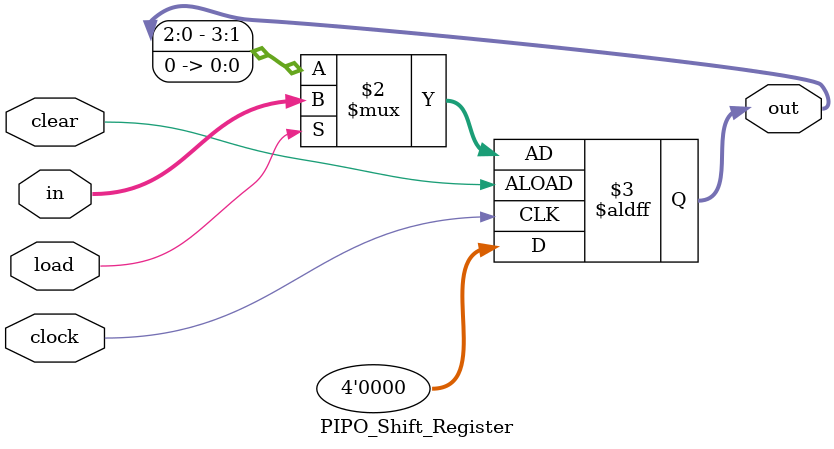
<source format=v>
/* Serial in Serial Out Shift Register Implementation*/
// serial in: no load input
// parallel in: add load input
// serial out: define reg
// parallel out: just out
///////////////////////////////////////////////////////

module SISO_Shift_Register(in, clock, clear, out);

input in, clock, clear;
output out;
reg [3:0] reg4;
wire out;

always @(posedge clock or negedge clear) begin
	if (clear)
		reg4 <= #1 4'b0;
	else begin
		reg4[0] <= #1 in;
		reg4[1] <= #1 reg4[0];
		reg4[2] <= #1 reg4[1];
		reg4[3] <= #1 reg4[2];
	end
end

assign out = reg4[3];

endmodule

/////////////////////////////////////////////////////////
/* Serial in Parallel Out Shift Register Implementation*/
/////////////////////////////////////////////////////////

module SIPO_Shift_Register(in, clock, clear, out);

input in, clock, clear;
output [3:0] out;
reg [3:0] out;

always @(posedge clock or negedge clear) begin
	if (clear)
		out <= #1 4'b0;
	else begin
		out[3:1] <= #1 out[2:0];
		out[0] <= #1 in;
	end
end

endmodule


/////////////////////////////////////////////////////////
/* Parallel in Serial Out Shift Register Implementation*/
/////////////////////////////////////////////////////////

module PISO_Shift_Register(in, load, clock, clear, out);

input [3:0] in;
input load, clock, clear;
output out;
reg [3:0] reg4;


always @(posedge clock or negedge clear) begin
	if (clear)
		reg4 <= #1 4'b0;
	else begin
		reg4[3:0] <= #1 load ? in[3:0] : {reg4[2:0], 1'b0};
	end
end

assign out = reg4[3];

endmodule

///////////////////////////////////////////////////////////
/* Parallel in Parallel Out Shift Register Implementation*/
///////////////////////////////////////////////////////////

module PIPO_Shift_Register(in, load, clock, clear, out);

input [3:0] in;
input load, clock, clear;
output [3:0] out;
reg [3:0] out;

always @(posedge clock or negedge clear) begin
	if (clear)
		out <= #1 4'b0;
	else begin
		out[3:0] <= #1 load ? in[3:0] : {out[2:0], 1'b0};
	end
end


endmodule




</source>
